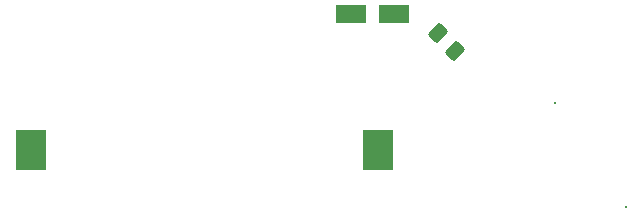
<source format=gtp>
%TF.GenerationSoftware,KiCad,Pcbnew,7.0.5*%
%TF.CreationDate,2023-07-22T13:56:16+02:00*%
%TF.ProjectId,eink-NFC,65696e6b-2d4e-4464-932e-6b696361645f,rev?*%
%TF.SameCoordinates,Original*%
%TF.FileFunction,Paste,Top*%
%TF.FilePolarity,Positive*%
%FSLAX46Y46*%
G04 Gerber Fmt 4.6, Leading zero omitted, Abs format (unit mm)*
G04 Created by KiCad (PCBNEW 7.0.5) date 2023-07-22 13:56:16*
%MOMM*%
%LPD*%
G01*
G04 APERTURE LIST*
G04 Aperture macros list*
%AMRoundRect*
0 Rectangle with rounded corners*
0 $1 Rounding radius*
0 $2 $3 $4 $5 $6 $7 $8 $9 X,Y pos of 4 corners*
0 Add a 4 corners polygon primitive as box body*
4,1,4,$2,$3,$4,$5,$6,$7,$8,$9,$2,$3,0*
0 Add four circle primitives for the rounded corners*
1,1,$1+$1,$2,$3*
1,1,$1+$1,$4,$5*
1,1,$1+$1,$6,$7*
1,1,$1+$1,$8,$9*
0 Add four rect primitives between the rounded corners*
20,1,$1+$1,$2,$3,$4,$5,0*
20,1,$1+$1,$4,$5,$6,$7,0*
20,1,$1+$1,$6,$7,$8,$9,0*
20,1,$1+$1,$8,$9,$2,$3,0*%
G04 Aperture macros list end*
%ADD10R,0.200000X0.200000*%
%ADD11RoundRect,0.250000X0.574524X0.097227X0.097227X0.574524X-0.574524X-0.097227X-0.097227X-0.574524X0*%
%ADD12R,2.600000X3.500000*%
%ADD13RoundRect,0.250000X-1.050000X-0.550000X1.050000X-0.550000X1.050000X0.550000X-1.050000X0.550000X0*%
G04 APERTURE END LIST*
D10*
%TO.C,ANT1*%
X165740000Y-86304000D03*
X159740000Y-77504000D03*
%TD*%
D11*
%TO.C,C4*%
X151327246Y-73094246D03*
X149860000Y-71627000D03*
%TD*%
D12*
%TO.C,BT1*%
X144769500Y-81534000D03*
X115369500Y-81534000D03*
%TD*%
D13*
%TO.C,C16*%
X146094000Y-70000000D03*
X142494000Y-70000000D03*
%TD*%
M02*

</source>
